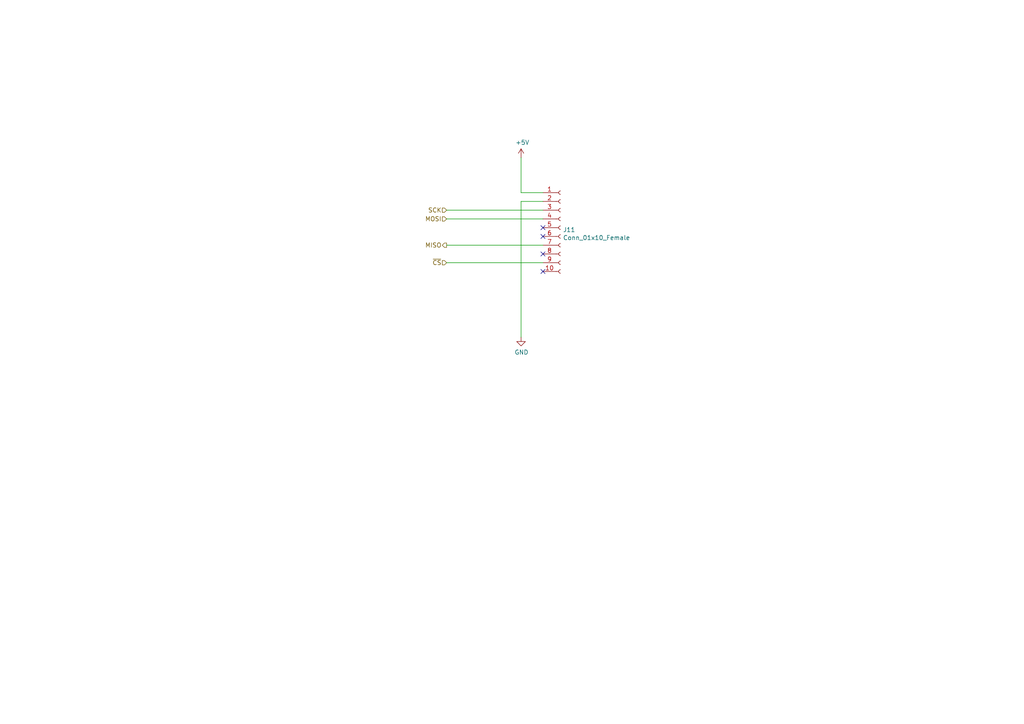
<source format=kicad_sch>
(kicad_sch (version 20211123) (generator eeschema)
  (paper "A4")
  (lib_symbols
    (symbol "Connector:Conn_01x10_Female" (pin_names (offset 1.016) hide)
      (property "Reference" "J" (at 0 12.7 0))
      (property "Value" "Conn_01x10_Female" (at 0 -15.24 0))
      (symbol "Conn_01x10_Female_1_1"
        (arc (start 0 -12.192) (mid -0.508 -12.7) (end 0 -13.208) (stroke (width 0.1524)))
        (arc (start 0 -9.652) (mid -0.508 -10.16) (end 0 -10.668) (stroke (width 0.1524)))
        (arc (start 0 -7.112) (mid -0.508 -7.62) (end 0 -8.128) (stroke (width 0.1524)))
        (arc (start 0 -4.572) (mid -0.508 -5.08) (end 0 -5.588) (stroke (width 0.1524)))
        (arc (start 0 -2.032) (mid -0.508 -2.54) (end 0 -3.048) (stroke (width 0.1524)))
        (polyline (pts (xy -1.27 -12.7) (xy -0.508 -12.7)) (stroke (width 0.1524)))
        (polyline (pts (xy -1.27 -10.16) (xy -0.508 -10.16)) (stroke (width 0.1524)))
        (polyline (pts (xy -1.27 -7.62) (xy -0.508 -7.62)) (stroke (width 0.1524)))
        (polyline (pts (xy -1.27 -5.08) (xy -0.508 -5.08)) (stroke (width 0.1524)))
        (polyline (pts (xy -1.27 -2.54) (xy -0.508 -2.54)) (stroke (width 0.1524)))
        (polyline (pts (xy -1.27 0) (xy -0.508 0)) (stroke (width 0.1524)))
        (polyline (pts (xy -1.27 2.54) (xy -0.508 2.54)) (stroke (width 0.1524)))
        (polyline (pts (xy -1.27 5.08) (xy -0.508 5.08)) (stroke (width 0.1524)))
        (polyline (pts (xy -1.27 7.62) (xy -0.508 7.62)) (stroke (width 0.1524)))
        (polyline (pts (xy -1.27 10.16) (xy -0.508 10.16)) (stroke (width 0.1524)))
        (arc (start 0 0.508) (mid -0.508 0) (end 0 -0.508) (stroke (width 0.1524)))
        (arc (start 0 3.048) (mid -0.508 2.54) (end 0 2.032) (stroke (width 0.1524)))
        (arc (start 0 5.588) (mid -0.508 5.08) (end 0 4.572) (stroke (width 0.1524)))
        (arc (start 0 8.128) (mid -0.508 7.62) (end 0 7.112) (stroke (width 0.1524)))
        (arc (start 0 10.668) (mid -0.508 10.16) (end 0 9.652) (stroke (width 0.1524)))
        (pin passive line (at -5.08 10.16 0) (length 3.81) (name "Pin_1") (number "1"))
        (pin passive line (at -5.08 -12.7 0) (length 3.81) (name "Pin_10") (number "10"))
        (pin passive line (at -5.08 7.62 0) (length 3.81) (name "Pin_2") (number "2"))
        (pin passive line (at -5.08 5.08 0) (length 3.81) (name "Pin_3") (number "3"))
        (pin passive line (at -5.08 2.54 0) (length 3.81) (name "Pin_4") (number "4"))
        (pin passive line (at -5.08 0 0) (length 3.81) (name "Pin_5") (number "5"))
        (pin passive line (at -5.08 -2.54 0) (length 3.81) (name "Pin_6") (number "6"))
        (pin passive line (at -5.08 -5.08 0) (length 3.81) (name "Pin_7") (number "7"))
        (pin passive line (at -5.08 -7.62 0) (length 3.81) (name "Pin_8") (number "8"))
        (pin passive line (at -5.08 -10.16 0) (length 3.81) (name "Pin_9") (number "9"))
      )
    )
    (symbol "power:+5V" (power) (pin_names (offset 0))
      (property "Value" "+5V" (at 0 3.556 0))
      (symbol "+5V_0_1"
        (polyline (pts (xy -0.762 1.27) (xy 0 2.54)))
        (polyline (pts (xy 0 0) (xy 0 2.54)))
        (polyline (pts (xy 0 2.54) (xy 0.762 1.27)))
      )
      (symbol "+5V_1_1"
        (pin power_in line (at 0 0 90) (length 0) hide (name "+5V") (number "1"))
      )
    )
    (symbol "power:GND" (power) (pin_names (offset 0))
      (property "Value" "GND" (at 0 -3.81 0))
      (symbol "GND_0_1"
        (polyline (pts (xy 0 0) (xy 0 -1.27) (xy 1.27 -1.27) (xy 0 -2.54) (xy -1.27 -1.27) (xy 0 -1.27)))
      )
      (symbol "GND_1_1"
        (pin power_in line (at 0 0 270) (length 0) hide (name "GND") (number "1"))
      )
    )
  )
  (no_connect (at 157.48 78.74))
  (no_connect (at 157.48 66.04))
  (no_connect (at 157.48 68.58))
  (no_connect (at 157.48 73.66))
  (wire (pts (xy 129.54 71.12) (xy 157.48 71.12)))
  (wire (pts (xy 129.54 63.5) (xy 157.48 63.5)))
  (wire (pts (xy 151.13 55.88) (xy 151.13 45.72)))
  (wire (pts (xy 157.48 55.88) (xy 151.13 55.88)))
  (wire (pts (xy 157.48 58.42) (xy 151.13 58.42)))
  (wire (pts (xy 129.54 76.2) (xy 157.48 76.2)))
  (wire (pts (xy 129.54 60.96) (xy 157.48 60.96)))
  (wire (pts (xy 151.13 58.42) (xy 151.13 97.79)))
  (hierarchical_label "~{CS}" (shape input) (at 129.54 76.2 180))
  (hierarchical_label "MISO" (shape output) (at 129.54 71.12 180))
  (hierarchical_label "SCK" (shape input) (at 129.54 60.96 180))
  (hierarchical_label "MOSI" (shape input) (at 129.54 63.5 180))
  (symbol (lib_id "Connector:Conn_01x10_Female") (at 162.56 66.04 0) (unit 1)
    (property "Reference" "J11" (at 163.2712 66.6496 0) (effects (justify left)))
    (property "Value" "Conn_01x10_Female" (at 163.2712 68.961 0) (effects (justify left)))
    (property "Footprint" "Connector_PinHeader_2.54mm:PinHeader_1x10_P2.54mm_Vertical" (effects hide))
  )
  (symbol (lib_id "power:GND") (at 151.13 97.79 0) (unit 1)
    (property "Reference" "#PWR0136" (effects hide))
    (property "Value" "GND" (at 151.257 102.1842 0))
  )
  (symbol (lib_id "power:+5V") (at 151.13 45.72 0) (unit 1)
    (property "Reference" "#PWR0139" (effects hide))
    (property "Value" "+5V" (at 151.511 41.3258 0))
  )
)
</source>
